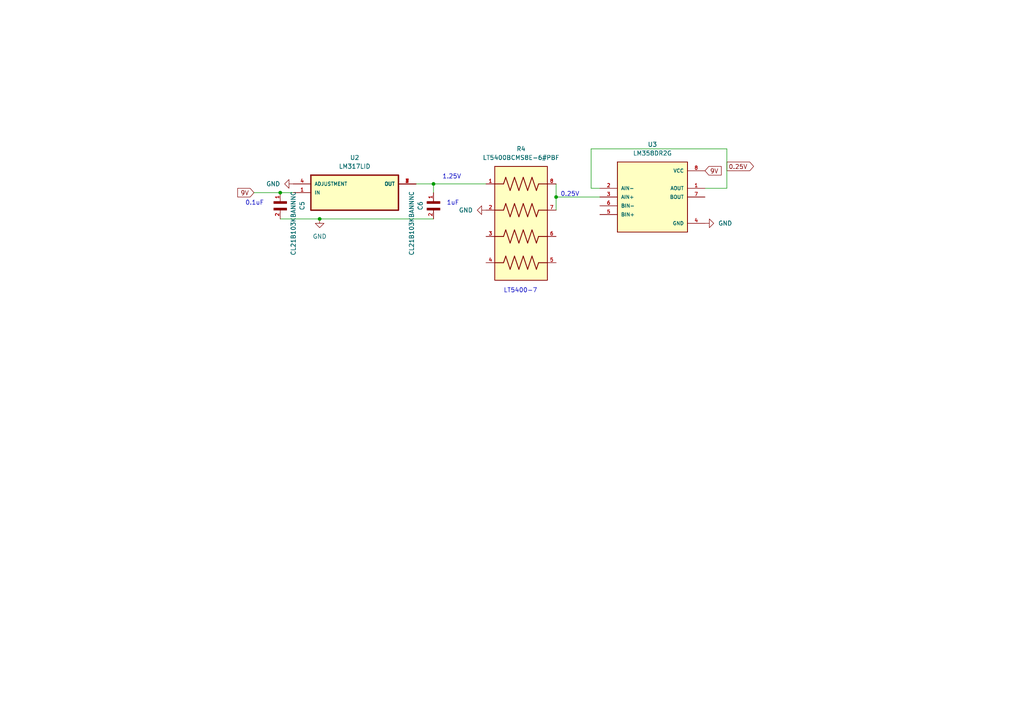
<source format=kicad_sch>
(kicad_sch (version 20211123) (generator eeschema)

  (uuid 4d45bff3-9a86-4795-ae80-46e18074c1d2)

  (paper "A4")

  (title_block
    (title "Referencia_025V")
    (date "2023-06-18")
    (company "UC3M")
    (comment 1 "Parte del circuito para hacer la referencia de 0.25V del amplificador.")
  )

  (lib_symbols
    (symbol "CL21B103KBANNNC:CL21B103KBANNNC" (pin_names (offset 1.016)) (in_bom yes) (on_board yes)
      (property "Reference" "C" (id 0) (at 0 3.81 0)
        (effects (font (size 1.27 1.27)) (justify left bottom))
      )
      (property "Value" "CL21B103KBANNNC" (id 1) (at 0 -5.08 0)
        (effects (font (size 1.27 1.27)) (justify left bottom))
      )
      (property "Footprint" "CAPC2012X140N" (id 2) (at 0 0 0)
        (effects (font (size 1.27 1.27)) (justify bottom) hide)
      )
      (property "Datasheet" "" (id 3) (at 0 0 0)
        (effects (font (size 1.27 1.27)) hide)
      )
      (symbol "CL21B103KBANNNC_0_0"
        (rectangle (start 0 -1.905) (end 0.635 1.905)
          (stroke (width 0.1) (type default) (color 0 0 0 0))
          (fill (type outline))
        )
        (rectangle (start 1.905 -1.905) (end 2.54 1.905)
          (stroke (width 0.1) (type default) (color 0 0 0 0))
          (fill (type outline))
        )
        (pin passive line (at 5.08 0 180) (length 2.54)
          (name "~" (effects (font (size 1.016 1.016))))
          (number "1" (effects (font (size 1.016 1.016))))
        )
        (pin passive line (at -2.54 0 0) (length 2.54)
          (name "~" (effects (font (size 1.016 1.016))))
          (number "2" (effects (font (size 1.016 1.016))))
        )
      )
    )
    (symbol "LM317LID:LM317LID" (pin_names (offset 1.016)) (in_bom yes) (on_board yes)
      (property "Reference" "U" (id 0) (at -12.7 6.08 0)
        (effects (font (size 1.27 1.27)) (justify left bottom))
      )
      (property "Value" "LM317LID" (id 1) (at -12.7 -9.08 0)
        (effects (font (size 1.27 1.27)) (justify left bottom))
      )
      (property "Footprint" "SOIC127P599X175-8N" (id 2) (at 0 0 0)
        (effects (font (size 1.27 1.27)) (justify bottom) hide)
      )
      (property "Datasheet" "" (id 3) (at 0 0 0)
        (effects (font (size 1.27 1.27)) hide)
      )
      (symbol "LM317LID_0_0"
        (rectangle (start -12.7 -5.08) (end 12.7 5.08)
          (stroke (width 0.41) (type default) (color 0 0 0 0))
          (fill (type background))
        )
        (pin input line (at -17.78 0 0) (length 5.08)
          (name "IN" (effects (font (size 1.016 1.016))))
          (number "1" (effects (font (size 1.016 1.016))))
        )
        (pin output line (at 17.78 2.54 180) (length 5.08)
          (name "OUT" (effects (font (size 1.016 1.016))))
          (number "2" (effects (font (size 1.016 1.016))))
        )
        (pin output line (at 17.78 2.54 180) (length 5.08)
          (name "OUT" (effects (font (size 1.016 1.016))))
          (number "3" (effects (font (size 1.016 1.016))))
        )
        (pin input line (at -17.78 2.54 0) (length 5.08)
          (name "ADJUSTMENT" (effects (font (size 1.016 1.016))))
          (number "4" (effects (font (size 1.016 1.016))))
        )
        (pin output line (at 17.78 2.54 180) (length 5.08)
          (name "OUT" (effects (font (size 1.016 1.016))))
          (number "6" (effects (font (size 1.016 1.016))))
        )
        (pin output line (at 17.78 2.54 180) (length 5.08)
          (name "OUT" (effects (font (size 1.016 1.016))))
          (number "7" (effects (font (size 1.016 1.016))))
        )
      )
    )
    (symbol "LM358DR2G:LM358DR2G" (pin_names (offset 1.016)) (in_bom yes) (on_board yes)
      (property "Reference" "U" (id 0) (at -10.1755 10.1755 0)
        (effects (font (size 1.27 1.27)) (justify left bottom))
      )
      (property "Value" "LM358DR2G" (id 1) (at -10.1775 -12.7219 0)
        (effects (font (size 1.27 1.27)) (justify left bottom))
      )
      (property "Footprint" "SOIC127P600X175-8N" (id 2) (at 0 0 0)
        (effects (font (size 1.27 1.27)) (justify bottom) hide)
      )
      (property "Datasheet" "" (id 3) (at 0 0 0)
        (effects (font (size 1.27 1.27)) hide)
      )
      (property "MANUFACTURER" "ON Semiconductor" (id 4) (at 0 0 0)
        (effects (font (size 1.27 1.27)) (justify bottom) hide)
      )
      (symbol "LM358DR2G_0_0"
        (rectangle (start -10.16 -10.16) (end 10.16 10.16)
          (stroke (width 0.254) (type default) (color 0 0 0 0))
          (fill (type background))
        )
        (pin output line (at 15.24 2.54 180) (length 5.08)
          (name "AOUT" (effects (font (size 1.016 1.016))))
          (number "1" (effects (font (size 1.016 1.016))))
        )
        (pin input line (at -15.24 2.54 0) (length 5.08)
          (name "AIN-" (effects (font (size 1.016 1.016))))
          (number "2" (effects (font (size 1.016 1.016))))
        )
        (pin input line (at -15.24 0 0) (length 5.08)
          (name "AIN+" (effects (font (size 1.016 1.016))))
          (number "3" (effects (font (size 1.016 1.016))))
        )
        (pin passive line (at 15.24 -7.62 180) (length 5.08)
          (name "GND" (effects (font (size 1.016 1.016))))
          (number "4" (effects (font (size 1.016 1.016))))
        )
        (pin input line (at -15.24 -5.08 0) (length 5.08)
          (name "BIN+" (effects (font (size 1.016 1.016))))
          (number "5" (effects (font (size 1.016 1.016))))
        )
        (pin input line (at -15.24 -2.54 0) (length 5.08)
          (name "BIN-" (effects (font (size 1.016 1.016))))
          (number "6" (effects (font (size 1.016 1.016))))
        )
        (pin output line (at 15.24 0 180) (length 5.08)
          (name "BOUT" (effects (font (size 1.016 1.016))))
          (number "7" (effects (font (size 1.016 1.016))))
        )
        (pin power_in line (at 15.24 7.62 180) (length 5.08)
          (name "VCC" (effects (font (size 1.016 1.016))))
          (number "8" (effects (font (size 1.016 1.016))))
        )
      )
    )
    (symbol "LT5400BCMS8E-6_PBF:LT5400BCMS8E-6#PBF" (pin_names (offset 1.016)) (in_bom yes) (on_board yes)
      (property "Reference" "R" (id 0) (at -7.62 16.51 0)
        (effects (font (size 1.27 1.27)) (justify left bottom))
      )
      (property "Value" "LT5400BCMS8E-6#PBF" (id 1) (at -7.62 -21.59 0)
        (effects (font (size 1.27 1.27)) (justify left bottom))
      )
      (property "Footprint" "SOP65P490X110-9N" (id 2) (at 0 0 0)
        (effects (font (size 1.27 1.27)) (justify bottom) hide)
      )
      (property "Datasheet" "" (id 3) (at 0 0 0)
        (effects (font (size 1.27 1.27)) hide)
      )
      (property "PARTREV" "I" (id 4) (at 0 0 0)
        (effects (font (size 1.27 1.27)) (justify bottom) hide)
      )
      (property "MANUFACTURER" "Linear Technology" (id 5) (at 0 0 0)
        (effects (font (size 1.27 1.27)) (justify bottom) hide)
      )
      (property "MAXIMUM_PACKAGE_HEIGHT" "1.1 mm" (id 6) (at 0 0 0)
        (effects (font (size 1.27 1.27)) (justify bottom) hide)
      )
      (property "STANDARD" "IPC 7351B" (id 7) (at 0 0 0)
        (effects (font (size 1.27 1.27)) (justify bottom) hide)
      )
      (symbol "LT5400BCMS8E-6#PBF_0_0"
        (rectangle (start -7.62 -17.78) (end 7.62 15.24)
          (stroke (width 0.254) (type default) (color 0 0 0 0))
          (fill (type background))
        )
        (polyline
          (pts
            (xy -5.08 -12.7)
            (xy -7.62 -12.7)
          )
          (stroke (width 0.254) (type default) (color 0 0 0 0))
          (fill (type none))
        )
        (polyline
          (pts
            (xy -5.08 -12.7)
            (xy -4.445 -10.795)
          )
          (stroke (width 0.254) (type default) (color 0 0 0 0))
          (fill (type none))
        )
        (polyline
          (pts
            (xy -5.08 -5.08)
            (xy -7.62 -5.08)
          )
          (stroke (width 0.254) (type default) (color 0 0 0 0))
          (fill (type none))
        )
        (polyline
          (pts
            (xy -5.08 -5.08)
            (xy -4.445 -3.175)
          )
          (stroke (width 0.254) (type default) (color 0 0 0 0))
          (fill (type none))
        )
        (polyline
          (pts
            (xy -5.08 2.54)
            (xy -7.62 2.54)
          )
          (stroke (width 0.254) (type default) (color 0 0 0 0))
          (fill (type none))
        )
        (polyline
          (pts
            (xy -5.08 2.54)
            (xy -4.445 4.445)
          )
          (stroke (width 0.254) (type default) (color 0 0 0 0))
          (fill (type none))
        )
        (polyline
          (pts
            (xy -5.08 10.16)
            (xy -7.62 10.16)
          )
          (stroke (width 0.254) (type default) (color 0 0 0 0))
          (fill (type none))
        )
        (polyline
          (pts
            (xy -5.08 10.16)
            (xy -4.445 12.065)
          )
          (stroke (width 0.254) (type default) (color 0 0 0 0))
          (fill (type none))
        )
        (polyline
          (pts
            (xy -4.445 -10.795)
            (xy -3.175 -14.605)
          )
          (stroke (width 0.254) (type default) (color 0 0 0 0))
          (fill (type none))
        )
        (polyline
          (pts
            (xy -4.445 -3.175)
            (xy -3.175 -6.985)
          )
          (stroke (width 0.254) (type default) (color 0 0 0 0))
          (fill (type none))
        )
        (polyline
          (pts
            (xy -4.445 4.445)
            (xy -3.175 0.635)
          )
          (stroke (width 0.254) (type default) (color 0 0 0 0))
          (fill (type none))
        )
        (polyline
          (pts
            (xy -4.445 12.065)
            (xy -3.175 8.255)
          )
          (stroke (width 0.254) (type default) (color 0 0 0 0))
          (fill (type none))
        )
        (polyline
          (pts
            (xy -3.175 -14.605)
            (xy -1.905 -10.795)
          )
          (stroke (width 0.254) (type default) (color 0 0 0 0))
          (fill (type none))
        )
        (polyline
          (pts
            (xy -3.175 -6.985)
            (xy -1.905 -3.175)
          )
          (stroke (width 0.254) (type default) (color 0 0 0 0))
          (fill (type none))
        )
        (polyline
          (pts
            (xy -3.175 0.635)
            (xy -1.905 4.445)
          )
          (stroke (width 0.254) (type default) (color 0 0 0 0))
          (fill (type none))
        )
        (polyline
          (pts
            (xy -3.175 8.255)
            (xy -1.905 12.065)
          )
          (stroke (width 0.254) (type default) (color 0 0 0 0))
          (fill (type none))
        )
        (polyline
          (pts
            (xy -1.905 -10.795)
            (xy -0.635 -14.605)
          )
          (stroke (width 0.254) (type default) (color 0 0 0 0))
          (fill (type none))
        )
        (polyline
          (pts
            (xy -1.905 -3.175)
            (xy -0.635 -6.985)
          )
          (stroke (width 0.254) (type default) (color 0 0 0 0))
          (fill (type none))
        )
        (polyline
          (pts
            (xy -1.905 4.445)
            (xy -0.635 0.635)
          )
          (stroke (width 0.254) (type default) (color 0 0 0 0))
          (fill (type none))
        )
        (polyline
          (pts
            (xy -1.905 12.065)
            (xy -0.635 8.255)
          )
          (stroke (width 0.254) (type default) (color 0 0 0 0))
          (fill (type none))
        )
        (polyline
          (pts
            (xy -0.635 -14.605)
            (xy 0.635 -10.795)
          )
          (stroke (width 0.254) (type default) (color 0 0 0 0))
          (fill (type none))
        )
        (polyline
          (pts
            (xy -0.635 -6.985)
            (xy 0.635 -3.175)
          )
          (stroke (width 0.254) (type default) (color 0 0 0 0))
          (fill (type none))
        )
        (polyline
          (pts
            (xy -0.635 0.635)
            (xy 0.635 4.445)
          )
          (stroke (width 0.254) (type default) (color 0 0 0 0))
          (fill (type none))
        )
        (polyline
          (pts
            (xy -0.635 8.255)
            (xy 0.635 12.065)
          )
          (stroke (width 0.254) (type default) (color 0 0 0 0))
          (fill (type none))
        )
        (polyline
          (pts
            (xy 0.635 -10.795)
            (xy 1.905 -14.605)
          )
          (stroke (width 0.254) (type default) (color 0 0 0 0))
          (fill (type none))
        )
        (polyline
          (pts
            (xy 0.635 -3.175)
            (xy 1.905 -6.985)
          )
          (stroke (width 0.254) (type default) (color 0 0 0 0))
          (fill (type none))
        )
        (polyline
          (pts
            (xy 0.635 4.445)
            (xy 1.905 0.635)
          )
          (stroke (width 0.254) (type default) (color 0 0 0 0))
          (fill (type none))
        )
        (polyline
          (pts
            (xy 0.635 12.065)
            (xy 1.905 8.255)
          )
          (stroke (width 0.254) (type default) (color 0 0 0 0))
          (fill (type none))
        )
        (polyline
          (pts
            (xy 1.905 -14.605)
            (xy 3.175 -10.795)
          )
          (stroke (width 0.254) (type default) (color 0 0 0 0))
          (fill (type none))
        )
        (polyline
          (pts
            (xy 1.905 -6.985)
            (xy 3.175 -3.175)
          )
          (stroke (width 0.254) (type default) (color 0 0 0 0))
          (fill (type none))
        )
        (polyline
          (pts
            (xy 1.905 0.635)
            (xy 3.175 4.445)
          )
          (stroke (width 0.254) (type default) (color 0 0 0 0))
          (fill (type none))
        )
        (polyline
          (pts
            (xy 1.905 8.255)
            (xy 3.175 12.065)
          )
          (stroke (width 0.254) (type default) (color 0 0 0 0))
          (fill (type none))
        )
        (polyline
          (pts
            (xy 3.175 -10.795)
            (xy 4.445 -14.605)
          )
          (stroke (width 0.254) (type default) (color 0 0 0 0))
          (fill (type none))
        )
        (polyline
          (pts
            (xy 3.175 -3.175)
            (xy 4.445 -6.985)
          )
          (stroke (width 0.254) (type default) (color 0 0 0 0))
          (fill (type none))
        )
        (polyline
          (pts
            (xy 3.175 4.445)
            (xy 4.445 0.635)
          )
          (stroke (width 0.254) (type default) (color 0 0 0 0))
          (fill (type none))
        )
        (polyline
          (pts
            (xy 3.175 12.065)
            (xy 4.445 8.255)
          )
          (stroke (width 0.254) (type default) (color 0 0 0 0))
          (fill (type none))
        )
        (polyline
          (pts
            (xy 4.445 -14.605)
            (xy 5.08 -12.7)
          )
          (stroke (width 0.254) (type default) (color 0 0 0 0))
          (fill (type none))
        )
        (polyline
          (pts
            (xy 4.445 -6.985)
            (xy 5.08 -5.08)
          )
          (stroke (width 0.254) (type default) (color 0 0 0 0))
          (fill (type none))
        )
        (polyline
          (pts
            (xy 4.445 0.635)
            (xy 5.08 2.54)
          )
          (stroke (width 0.254) (type default) (color 0 0 0 0))
          (fill (type none))
        )
        (polyline
          (pts
            (xy 4.445 8.255)
            (xy 5.08 10.16)
          )
          (stroke (width 0.254) (type default) (color 0 0 0 0))
          (fill (type none))
        )
        (polyline
          (pts
            (xy 5.08 -12.7)
            (xy 7.62 -12.7)
          )
          (stroke (width 0.254) (type default) (color 0 0 0 0))
          (fill (type none))
        )
        (polyline
          (pts
            (xy 5.08 -5.08)
            (xy 7.62 -5.08)
          )
          (stroke (width 0.254) (type default) (color 0 0 0 0))
          (fill (type none))
        )
        (polyline
          (pts
            (xy 5.08 2.54)
            (xy 7.62 2.54)
          )
          (stroke (width 0.254) (type default) (color 0 0 0 0))
          (fill (type none))
        )
        (polyline
          (pts
            (xy 5.08 10.16)
            (xy 7.62 10.16)
          )
          (stroke (width 0.254) (type default) (color 0 0 0 0))
          (fill (type none))
        )
        (pin passive line (at -10.16 10.16 0) (length 2.54)
          (name "~" (effects (font (size 1.016 1.016))))
          (number "1" (effects (font (size 1.016 1.016))))
        )
        (pin passive line (at -10.16 2.54 0) (length 2.54)
          (name "~" (effects (font (size 1.016 1.016))))
          (number "2" (effects (font (size 1.016 1.016))))
        )
        (pin passive line (at -10.16 -5.08 0) (length 2.54)
          (name "~" (effects (font (size 1.016 1.016))))
          (number "3" (effects (font (size 1.016 1.016))))
        )
        (pin passive line (at -10.16 -12.7 0) (length 2.54)
          (name "~" (effects (font (size 1.016 1.016))))
          (number "4" (effects (font (size 1.016 1.016))))
        )
        (pin passive line (at 10.16 -12.7 180) (length 2.54)
          (name "~" (effects (font (size 1.016 1.016))))
          (number "5" (effects (font (size 1.016 1.016))))
        )
        (pin passive line (at 10.16 -5.08 180) (length 2.54)
          (name "~" (effects (font (size 1.016 1.016))))
          (number "6" (effects (font (size 1.016 1.016))))
        )
        (pin passive line (at 10.16 2.54 180) (length 2.54)
          (name "~" (effects (font (size 1.016 1.016))))
          (number "7" (effects (font (size 1.016 1.016))))
        )
        (pin passive line (at 10.16 10.16 180) (length 2.54)
          (name "~" (effects (font (size 1.016 1.016))))
          (number "8" (effects (font (size 1.016 1.016))))
        )
      )
    )
    (symbol "power:GND" (power) (pin_names (offset 0)) (in_bom yes) (on_board yes)
      (property "Reference" "#PWR" (id 0) (at 0 -6.35 0)
        (effects (font (size 1.27 1.27)) hide)
      )
      (property "Value" "GND" (id 1) (at 0 -3.81 0)
        (effects (font (size 1.27 1.27)))
      )
      (property "Footprint" "" (id 2) (at 0 0 0)
        (effects (font (size 1.27 1.27)) hide)
      )
      (property "Datasheet" "" (id 3) (at 0 0 0)
        (effects (font (size 1.27 1.27)) hide)
      )
      (property "ki_keywords" "power-flag" (id 4) (at 0 0 0)
        (effects (font (size 1.27 1.27)) hide)
      )
      (property "ki_description" "Power symbol creates a global label with name \"GND\" , ground" (id 5) (at 0 0 0)
        (effects (font (size 1.27 1.27)) hide)
      )
      (symbol "GND_0_1"
        (polyline
          (pts
            (xy 0 0)
            (xy 0 -1.27)
            (xy 1.27 -1.27)
            (xy 0 -2.54)
            (xy -1.27 -1.27)
            (xy 0 -1.27)
          )
          (stroke (width 0) (type default) (color 0 0 0 0))
          (fill (type none))
        )
      )
      (symbol "GND_1_1"
        (pin power_in line (at 0 0 270) (length 0) hide
          (name "GND" (effects (font (size 1.27 1.27))))
          (number "1" (effects (font (size 1.27 1.27))))
        )
      )
    )
  )

  (junction (at 125.73 53.34) (diameter 0) (color 0 0 0 0)
    (uuid 4259ec64-42d5-46d8-9bdf-d3ed70839f4f)
  )
  (junction (at 161.29 57.15) (diameter 0) (color 0 0 0 0)
    (uuid 609e424e-9fea-4ee7-94ab-96399187d126)
  )
  (junction (at 92.71 63.5) (diameter 0) (color 0 0 0 0)
    (uuid 82860005-e05b-487f-8938-ac1ff28daf6a)
  )
  (junction (at 81.28 55.88) (diameter 0) (color 0 0 0 0)
    (uuid dc0a93f7-ee30-4e9c-81d4-2bdcfb14c20f)
  )

  (wire (pts (xy 161.29 53.34) (xy 161.29 57.15))
    (stroke (width 0) (type default) (color 0 0 0 0))
    (uuid 148db289-55c5-43eb-845f-26ae64ae6c34)
  )
  (wire (pts (xy 210.82 43.18) (xy 210.82 54.61))
    (stroke (width 0) (type default) (color 0 0 0 0))
    (uuid 32fa9e68-5618-4732-a010-48cefcf09065)
  )
  (wire (pts (xy 125.73 53.34) (xy 140.97 53.34))
    (stroke (width 0) (type default) (color 0 0 0 0))
    (uuid 427c420f-fa96-43de-b4f4-6ccec21c3561)
  )
  (wire (pts (xy 120.65 53.34) (xy 125.73 53.34))
    (stroke (width 0) (type default) (color 0 0 0 0))
    (uuid 43e474f1-4cb5-4260-85cb-1cc77645040a)
  )
  (wire (pts (xy 92.71 63.5) (xy 125.73 63.5))
    (stroke (width 0) (type default) (color 0 0 0 0))
    (uuid 4e137c9d-6f55-40c8-83ee-788f79de2ec2)
  )
  (wire (pts (xy 125.73 53.34) (xy 125.73 55.88))
    (stroke (width 0) (type default) (color 0 0 0 0))
    (uuid 4e8b2174-0400-44ed-aeb2-a9257a90e117)
  )
  (wire (pts (xy 171.45 43.18) (xy 210.82 43.18))
    (stroke (width 0) (type default) (color 0 0 0 0))
    (uuid 6321159d-32f0-4180-8927-3c7e92da82d6)
  )
  (wire (pts (xy 81.28 63.5) (xy 92.71 63.5))
    (stroke (width 0) (type default) (color 0 0 0 0))
    (uuid 6fba608b-9907-4ba8-b0cc-c6222506c00b)
  )
  (wire (pts (xy 81.28 55.88) (xy 85.09 55.88))
    (stroke (width 0) (type default) (color 0 0 0 0))
    (uuid 728d1597-09c3-4a41-a46d-db8f2ade4319)
  )
  (wire (pts (xy 161.29 57.15) (xy 173.99 57.15))
    (stroke (width 0) (type default) (color 0 0 0 0))
    (uuid aff73fa9-53d0-4eaf-92b0-87eaf7b42495)
  )
  (wire (pts (xy 73.66 55.88) (xy 81.28 55.88))
    (stroke (width 0) (type default) (color 0 0 0 0))
    (uuid c1b4e83f-fcb9-4c84-85d9-f0869f9a6dd1)
  )
  (wire (pts (xy 171.45 54.61) (xy 171.45 43.18))
    (stroke (width 0) (type default) (color 0 0 0 0))
    (uuid dd911f84-e6fb-4e57-a69e-344764968db0)
  )
  (wire (pts (xy 161.29 57.15) (xy 161.29 60.96))
    (stroke (width 0) (type default) (color 0 0 0 0))
    (uuid e0e9d715-9576-40b9-9efb-2cba31acaaa9)
  )
  (wire (pts (xy 210.82 54.61) (xy 204.47 54.61))
    (stroke (width 0) (type default) (color 0 0 0 0))
    (uuid ec3811f7-3631-4b74-918d-e90a7bae79eb)
  )
  (wire (pts (xy 173.99 54.61) (xy 171.45 54.61))
    (stroke (width 0) (type default) (color 0 0 0 0))
    (uuid ee0774b4-9f97-4814-bfcb-d6042101f1dd)
  )

  (text "1uF" (at 129.54 59.69 0)
    (effects (font (size 1.27 1.27)) (justify left bottom))
    (uuid 11a80bda-7e0a-441e-b4ab-2912530d3a2e)
  )
  (text "0.25V" (at 162.56 57.15 0)
    (effects (font (size 1.27 1.27)) (justify left bottom))
    (uuid 6530f244-4ae2-4c31-8ad3-405c0aa5d2a6)
  )
  (text "0.1uF" (at 71.12 59.69 0)
    (effects (font (size 1.27 1.27)) (justify left bottom))
    (uuid 72c29d90-6cc8-4087-b5d6-068488025922)
  )
  (text "LT5400-7" (at 146.05 85.09 0)
    (effects (font (size 1.27 1.27)) (justify left bottom))
    (uuid 73e2e4ab-b8fe-4d27-bcdf-563d4b898f6f)
  )
  (text "1.25V" (at 128.27 52.07 0)
    (effects (font (size 1.27 1.27)) (justify left bottom))
    (uuid f9877fab-5713-4776-82ab-5e7a7f4a8831)
  )

  (global_label "0.25V" (shape output) (at 210.82 48.26 0) (fields_autoplaced)
    (effects (font (size 1.27 1.27)) (justify left))
    (uuid 222f735c-ae99-4424-8e05-9182cf3e1ee6)
    (property "Intersheet References" "${INTERSHEET_REFS}" (id 0) (at 218.555 48.1806 0)
      (effects (font (size 1.27 1.27)) (justify left) hide)
    )
  )
  (global_label "9V" (shape input) (at 73.66 55.88 180) (fields_autoplaced)
    (effects (font (size 1.27 1.27)) (justify right))
    (uuid 2ba4ce3b-5ee6-4293-b4a9-8fc48a693e60)
    (property "Intersheet References" "${INTERSHEET_REFS}" (id 0) (at 68.9488 55.8006 0)
      (effects (font (size 1.27 1.27)) (justify right) hide)
    )
  )
  (global_label "9V" (shape input) (at 204.47 49.53 0) (fields_autoplaced)
    (effects (font (size 1.27 1.27)) (justify left))
    (uuid 970c1a8d-b809-4da9-bc5d-d5cd5227d255)
    (property "Intersheet References" "${INTERSHEET_REFS}" (id 0) (at 209.1812 49.4506 0)
      (effects (font (size 1.27 1.27)) (justify left) hide)
    )
  )

  (symbol (lib_id "CL21B103KBANNNC:CL21B103KBANNNC") (at 81.28 60.96 90) (unit 1)
    (in_bom yes) (on_board yes)
    (uuid 14f5ff3d-89f1-47fe-b028-374f3cb8d311)
    (property "Reference" "C5" (id 0) (at 87.63 59.69 0))
    (property "Value" "CL21B103KBANNNC" (id 1) (at 85.09 64.77 0))
    (property "Footprint" "CAPC2012X140N" (id 2) (at 81.28 60.96 0)
      (effects (font (size 1.27 1.27)) (justify bottom) hide)
    )
    (property "Datasheet" "" (id 3) (at 81.28 60.96 0)
      (effects (font (size 1.27 1.27)) hide)
    )
    (pin "1" (uuid 627c5188-62be-489f-a2d7-ecb007b05114))
    (pin "2" (uuid 8e0057ab-d284-49e4-9a96-40ac0d8c1e41))
  )

  (symbol (lib_id "LM317LID:LM317LID") (at 102.87 55.88 0) (unit 1)
    (in_bom yes) (on_board yes) (fields_autoplaced)
    (uuid 44bba3f0-7afd-4803-af1a-40fb0748fdd3)
    (property "Reference" "U2" (id 0) (at 102.87 45.72 0))
    (property "Value" "LM317LID" (id 1) (at 102.87 48.26 0))
    (property "Footprint" "SOIC127P599X175-8N" (id 2) (at 102.87 55.88 0)
      (effects (font (size 1.27 1.27)) (justify bottom) hide)
    )
    (property "Datasheet" "" (id 3) (at 102.87 55.88 0)
      (effects (font (size 1.27 1.27)) hide)
    )
    (pin "1" (uuid f6d22707-a7a6-473b-b7d9-919e2bdc8784))
    (pin "2" (uuid 074ccc65-b90b-4710-a70e-dd0da709c76e))
    (pin "3" (uuid 13e11563-066b-4c5a-9055-cc7ed447dcd3))
    (pin "4" (uuid 7b26e223-9148-48db-8412-73729639b40b))
    (pin "6" (uuid 3ff1a875-4953-4106-98d4-cbe7d6df5a1c))
    (pin "7" (uuid 59b55aef-ccbc-429d-b529-5bdb53d320bd))
  )

  (symbol (lib_id "power:GND") (at 204.47 64.77 90) (unit 1)
    (in_bom yes) (on_board yes) (fields_autoplaced)
    (uuid 590aef0e-48ff-438b-8b36-7fc9443d74d9)
    (property "Reference" "#PWR0110" (id 0) (at 210.82 64.77 0)
      (effects (font (size 1.27 1.27)) hide)
    )
    (property "Value" "GND" (id 1) (at 208.28 64.7699 90)
      (effects (font (size 1.27 1.27)) (justify right))
    )
    (property "Footprint" "" (id 2) (at 204.47 64.77 0)
      (effects (font (size 1.27 1.27)) hide)
    )
    (property "Datasheet" "" (id 3) (at 204.47 64.77 0)
      (effects (font (size 1.27 1.27)) hide)
    )
    (pin "1" (uuid 7b369fc6-daa3-412a-8961-9d5d126d2a70))
  )

  (symbol (lib_id "LT5400BCMS8E-6_PBF:LT5400BCMS8E-6#PBF") (at 151.13 63.5 0) (unit 1)
    (in_bom yes) (on_board yes) (fields_autoplaced)
    (uuid 66ebd413-f7c3-4987-8270-2c908202e464)
    (property "Reference" "R4" (id 0) (at 151.13 43.18 0))
    (property "Value" "LT5400BCMS8E-6#PBF" (id 1) (at 151.13 45.72 0))
    (property "Footprint" "SOP65P490X110-9N" (id 2) (at 151.13 63.5 0)
      (effects (font (size 1.27 1.27)) (justify bottom) hide)
    )
    (property "Datasheet" "" (id 3) (at 151.13 63.5 0)
      (effects (font (size 1.27 1.27)) hide)
    )
    (property "PARTREV" "I" (id 4) (at 151.13 63.5 0)
      (effects (font (size 1.27 1.27)) (justify bottom) hide)
    )
    (property "MANUFACTURER" "Linear Technology" (id 5) (at 151.13 63.5 0)
      (effects (font (size 1.27 1.27)) (justify bottom) hide)
    )
    (property "MAXIMUM_PACKAGE_HEIGHT" "1.1 mm" (id 6) (at 151.13 63.5 0)
      (effects (font (size 1.27 1.27)) (justify bottom) hide)
    )
    (property "STANDARD" "IPC 7351B" (id 7) (at 151.13 63.5 0)
      (effects (font (size 1.27 1.27)) (justify bottom) hide)
    )
    (pin "1" (uuid 26da9d0a-2f1b-4982-b82f-c4e57cb5c79e))
    (pin "2" (uuid d68df01e-ecb6-43d5-81d1-d2cb627f0d54))
    (pin "3" (uuid 156c2a4c-cd7f-420d-ad3b-e5c1febdfd19))
    (pin "4" (uuid 6ef42b32-b25a-42d3-afc9-0a22e9fe1ee4))
    (pin "5" (uuid 4be8f4fd-a511-4895-ad73-110ab35497a5))
    (pin "6" (uuid c24b27f2-2a33-439b-bb74-019700ce4b26))
    (pin "7" (uuid 3e0e5264-aca9-47a5-a664-567f9cfb3271))
    (pin "8" (uuid 063a5ac8-1f15-4b24-bab5-bf547adc0814))
  )

  (symbol (lib_id "power:GND") (at 85.09 53.34 270) (unit 1)
    (in_bom yes) (on_board yes) (fields_autoplaced)
    (uuid 77519097-8e49-4694-aa2b-3e3ce8b063e7)
    (property "Reference" "#PWR0108" (id 0) (at 78.74 53.34 0)
      (effects (font (size 1.27 1.27)) hide)
    )
    (property "Value" "GND" (id 1) (at 81.28 53.3399 90)
      (effects (font (size 1.27 1.27)) (justify right))
    )
    (property "Footprint" "" (id 2) (at 85.09 53.34 0)
      (effects (font (size 1.27 1.27)) hide)
    )
    (property "Datasheet" "" (id 3) (at 85.09 53.34 0)
      (effects (font (size 1.27 1.27)) hide)
    )
    (pin "1" (uuid 75da2752-4c07-4776-ac87-988cc32b903c))
  )

  (symbol (lib_id "power:GND") (at 140.97 60.96 270) (unit 1)
    (in_bom yes) (on_board yes) (fields_autoplaced)
    (uuid ae891f3b-1362-4e3a-92ef-dbd37013a411)
    (property "Reference" "#PWR0109" (id 0) (at 134.62 60.96 0)
      (effects (font (size 1.27 1.27)) hide)
    )
    (property "Value" "GND" (id 1) (at 137.16 60.9599 90)
      (effects (font (size 1.27 1.27)) (justify right))
    )
    (property "Footprint" "" (id 2) (at 140.97 60.96 0)
      (effects (font (size 1.27 1.27)) hide)
    )
    (property "Datasheet" "" (id 3) (at 140.97 60.96 0)
      (effects (font (size 1.27 1.27)) hide)
    )
    (pin "1" (uuid df7fee94-0f96-43ec-b995-45b875640bfe))
  )

  (symbol (lib_id "power:GND") (at 92.71 63.5 0) (unit 1)
    (in_bom yes) (on_board yes) (fields_autoplaced)
    (uuid c541610b-089c-4f40-b1ba-0e4d34d0a1ba)
    (property "Reference" "#PWR0107" (id 0) (at 92.71 69.85 0)
      (effects (font (size 1.27 1.27)) hide)
    )
    (property "Value" "GND" (id 1) (at 92.71 68.58 0))
    (property "Footprint" "" (id 2) (at 92.71 63.5 0)
      (effects (font (size 1.27 1.27)) hide)
    )
    (property "Datasheet" "" (id 3) (at 92.71 63.5 0)
      (effects (font (size 1.27 1.27)) hide)
    )
    (pin "1" (uuid 525c6aa1-8ad1-4cc9-bc93-1f8c54f231a5))
  )

  (symbol (lib_id "CL21B103KBANNNC:CL21B103KBANNNC") (at 125.73 60.96 90) (unit 1)
    (in_bom yes) (on_board yes)
    (uuid cc7506f3-7f50-4e21-8021-d77b7d00158b)
    (property "Reference" "C6" (id 0) (at 121.92 59.69 0))
    (property "Value" "CL21B103KBANNNC" (id 1) (at 119.38 64.77 0))
    (property "Footprint" "CAPC2012X140N" (id 2) (at 125.73 60.96 0)
      (effects (font (size 1.27 1.27)) (justify bottom) hide)
    )
    (property "Datasheet" "" (id 3) (at 125.73 60.96 0)
      (effects (font (size 1.27 1.27)) hide)
    )
    (pin "1" (uuid 12d2fcf9-84af-4edd-8738-2b9fc06ba83a))
    (pin "2" (uuid 029e42c2-a36f-4a69-a44b-0aacaacfd8f2))
  )

  (symbol (lib_id "LM358DR2G:LM358DR2G") (at 189.23 57.15 0) (unit 1)
    (in_bom yes) (on_board yes) (fields_autoplaced)
    (uuid fc8aeceb-861d-479b-804b-b7342488ac28)
    (property "Reference" "U3" (id 0) (at 189.23 41.91 0))
    (property "Value" "LM358DR2G" (id 1) (at 189.23 44.45 0))
    (property "Footprint" "SOIC127P600X175-8N" (id 2) (at 189.23 57.15 0)
      (effects (font (size 1.27 1.27)) (justify bottom) hide)
    )
    (property "Datasheet" "" (id 3) (at 189.23 57.15 0)
      (effects (font (size 1.27 1.27)) hide)
    )
    (property "MANUFACTURER" "ON Semiconductor" (id 4) (at 189.23 57.15 0)
      (effects (font (size 1.27 1.27)) (justify bottom) hide)
    )
    (pin "1" (uuid 26a2e7b7-77a4-43c4-b0d7-a31ea2ee1a8b))
    (pin "2" (uuid 9129356d-f418-410b-bf00-31e36f99e193))
    (pin "3" (uuid 83d7f9c7-7c3c-4300-ac73-8b3b8e61e756))
    (pin "4" (uuid 87f22d94-eed9-4ab2-8a34-5a6231db369d))
    (pin "5" (uuid a3140bda-6c14-4e53-a48e-f84b69dabcb1))
    (pin "6" (uuid 6c085256-2555-4898-8edc-b0b5a7281fc6))
    (pin "7" (uuid 377901c9-0d69-4f3a-a099-583d6add5f2f))
    (pin "8" (uuid 717cd7ad-7f32-4da0-9121-1c725f1020c2))
  )
)

</source>
